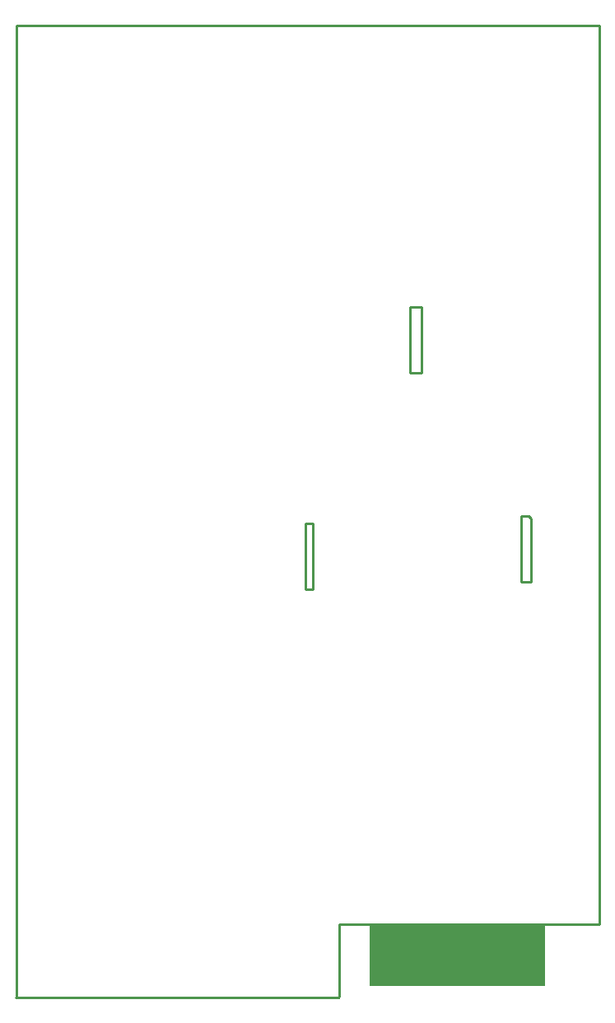
<source format=gko>
G04*
G04 #@! TF.GenerationSoftware,Altium Limited,Altium Designer,21.3.2 (30)*
G04*
G04 Layer_Color=16711935*
%FSTAX24Y24*%
%MOIN*%
G70*
G04*
G04 #@! TF.SameCoordinates,FE128C83-0F67-4140-98D3-9062B7FE4468*
G04*
G04*
G04 #@! TF.FilePolarity,Positive*
G04*
G01*
G75*
%ADD12C,0.0100*%
G36*
X021423Y000463D02*
X014337D01*
Y002943D01*
X021423D01*
Y000463D01*
D02*
G37*
D12*
X015945Y025295D02*
Y027953D01*
Y025295D02*
X016437D01*
Y027953D01*
X015945D02*
X016437D01*
X020472Y019488D02*
X020762D01*
X020866Y019384D01*
Y016831D02*
Y019384D01*
X020472Y016831D02*
Y019488D01*
Y016831D02*
X020866D01*
X011713Y016535D02*
Y019193D01*
Y016535D02*
X012008D01*
Y019193D01*
X011713D02*
X012008D01*
X013091Y002953D02*
X022539D01*
X023329Y002955D02*
X023617D01*
X022542D02*
X023329D01*
X022539Y002953D02*
X022542Y002955D01*
X013091Y002264D02*
Y002953D01*
Y00002D02*
Y002264D01*
X013071Y0D02*
X013091Y00002D01*
X0Y0D02*
X013071D01*
X023622Y03937D02*
X023622Y002955D01*
X000024Y0D02*
Y03937D01*
X023622D01*
M02*

</source>
